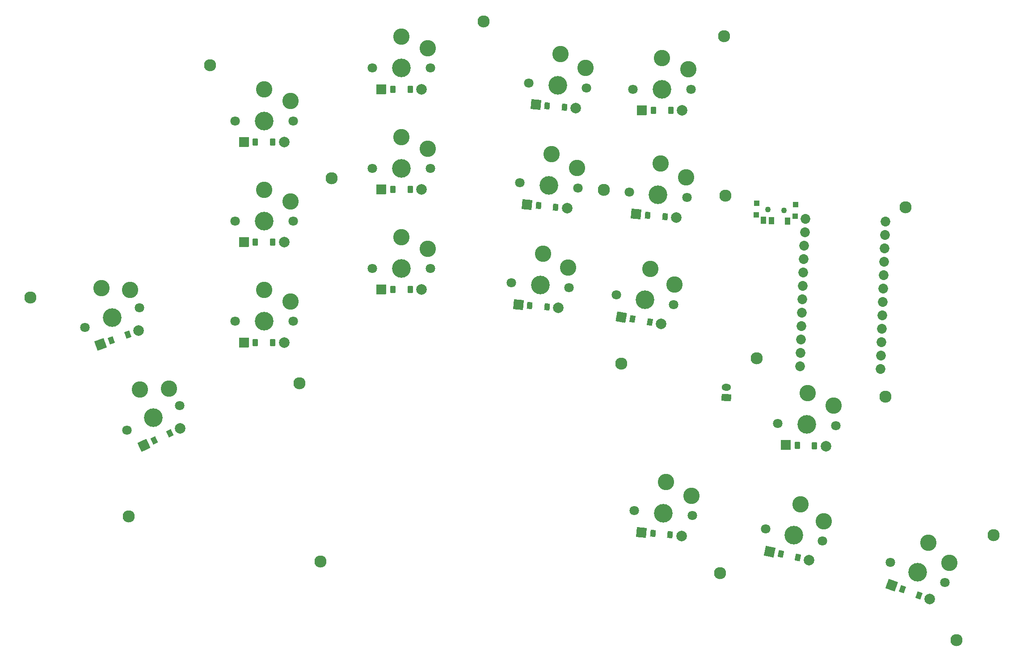
<source format=gbr>
%TF.GenerationSoftware,KiCad,Pcbnew,8.0.6*%
%TF.CreationDate,2025-01-06T03:54:34-07:00*%
%TF.ProjectId,left_circuit,6c656674-5f63-4697-9263-7569742e6b69,v1.0.0*%
%TF.SameCoordinates,Original*%
%TF.FileFunction,Soldermask,Top*%
%TF.FilePolarity,Negative*%
%FSLAX46Y46*%
G04 Gerber Fmt 4.6, Leading zero omitted, Abs format (unit mm)*
G04 Created by KiCad (PCBNEW 8.0.6) date 2025-01-06 03:54:34*
%MOMM*%
%LPD*%
G01*
G04 APERTURE LIST*
G04 Aperture macros list*
%AMRoundRect*
0 Rectangle with rounded corners*
0 $1 Rounding radius*
0 $2 $3 $4 $5 $6 $7 $8 $9 X,Y pos of 4 corners*
0 Add a 4 corners polygon primitive as box body*
4,1,4,$2,$3,$4,$5,$6,$7,$8,$9,$2,$3,0*
0 Add four circle primitives for the rounded corners*
1,1,$1+$1,$2,$3*
1,1,$1+$1,$4,$5*
1,1,$1+$1,$6,$7*
1,1,$1+$1,$8,$9*
0 Add four rect primitives between the rounded corners*
20,1,$1+$1,$2,$3,$4,$5,0*
20,1,$1+$1,$4,$5,$6,$7,0*
20,1,$1+$1,$6,$7,$8,$9,0*
20,1,$1+$1,$8,$9,$2,$3,0*%
%AMHorizOval*
0 Thick line with rounded ends*
0 $1 width*
0 $2 $3 position (X,Y) of the first rounded end (center of the circle)*
0 $4 $5 position (X,Y) of the second rounded end (center of the circle)*
0 Add line between two ends*
20,1,$1,$2,$3,$4,$5,0*
0 Add two circle primitives to create the rounded ends*
1,1,$1,$2,$3*
1,1,$1,$4,$5*%
G04 Aperture macros list end*
%ADD10C,2.300000*%
%ADD11RoundRect,0.050000X-0.465431X-0.434021X0.434021X-0.465431X0.465431X0.434021X-0.434021X0.465431X0*%
%ADD12C,1.100000*%
%ADD13RoundRect,0.050000X-0.471538X-0.608914X0.427914X-0.640324X0.471538X0.608914X-0.427914X0.640324X0*%
%ADD14RoundRect,0.050000X0.828543X-0.629299X0.870422X0.569970X-0.828543X0.629299X-0.870422X-0.569970X0*%
%ADD15HorizOval,1.300000X-0.249848X0.008725X0.249848X-0.008725X0*%
%ADD16C,1.852600*%
%ADD17C,1.801800*%
%ADD18C,3.100000*%
%ADD19C,3.529000*%
%ADD20RoundRect,0.050000X-0.963099X-0.808136X0.808136X-0.963099X0.963099X0.808136X-0.808136X0.963099X0*%
%ADD21RoundRect,0.050000X-0.500581X-0.558497X0.395994X-0.636937X0.500581X0.558497X-0.395994X0.636937X0*%
%ADD22C,2.005000*%
%ADD23RoundRect,0.050000X-0.889000X-0.889000X0.889000X-0.889000X0.889000X0.889000X-0.889000X0.889000X0*%
%ADD24RoundRect,0.050000X-0.450000X-0.600000X0.450000X-0.600000X0.450000X0.600000X-0.450000X0.600000X0*%
%ADD25RoundRect,0.050000X-1.054407X-0.684740X0.684740X-1.054407X1.054407X0.684740X-0.684740X1.054407X0*%
%ADD26RoundRect,0.050000X-0.564913X-0.493328X0.315419X-0.680449X0.564913X0.493328X-0.315419X0.680449X0*%
%ADD27RoundRect,0.050000X-1.139443X-0.531331X0.531331X-1.139443X1.139443X0.531331X-0.531331X1.139443X0*%
%ADD28RoundRect,0.050000X-0.628074X-0.409907X0.217650X-0.717725X0.628074X0.409907X-0.217650X0.717725X0*%
%ADD29RoundRect,0.050000X-0.919484X-0.857433X0.857433X-0.919484X0.919484X0.857433X-0.857433X0.919484X0*%
%ADD30RoundRect,0.050000X-0.470666X-0.583930X0.428786X-0.615339X0.470666X0.583930X-0.428786X0.615339X0*%
%ADD31RoundRect,0.050000X-0.430000X-1.181415X1.181415X-0.430000X0.430000X1.181415X-1.181415X0.430000X0*%
%ADD32RoundRect,0.050000X-0.154268X-0.733963X0.661409X-0.353606X0.154268X0.733963X-0.661409X0.353606X0*%
%ADD33RoundRect,0.050000X-1.029867X-0.721121X0.721121X-1.029867X1.029867X0.721121X-0.721121X1.029867X0*%
%ADD34RoundRect,0.050000X-0.547352X-0.512743X0.338975X-0.669026X0.547352X0.512743X-0.338975X0.669026X0*%
%ADD35RoundRect,0.050000X-0.531331X-1.139443X1.139443X-0.531331X0.531331X1.139443X-1.139443X0.531331X0*%
%ADD36RoundRect,0.050000X-0.217650X-0.717725X0.628074X-0.409907X0.217650X0.717725X-0.628074X0.409907X0*%
G04 APERTURE END LIST*
D10*
%TO.C,MH1*%
X244310000Y-168670000D03*
%TD*%
%TO.C,MH1*%
X215330000Y-136800000D03*
%TD*%
%TO.C,MH1*%
X218650000Y-169750000D03*
%TD*%
%TO.C,MH1*%
X163840000Y-134600000D03*
%TD*%
%TO.C,MH1*%
X157674545Y-173478077D03*
%TD*%
%TO.C,MH1*%
X140760000Y-113140000D03*
%TD*%
%TO.C,MH1*%
X192550000Y-104890000D03*
%TD*%
%TO.C,MH1*%
X238180000Y-107670000D03*
%TD*%
%TO.C,MH1*%
X238430000Y-137850000D03*
%TD*%
%TO.C,MH1*%
X272542147Y-140079121D03*
%TD*%
%TO.C,MH1*%
X268720000Y-175980000D03*
%TD*%
%TO.C,MH1*%
X289180000Y-202250000D03*
%TD*%
%TO.C,MH1*%
X282170000Y-222140000D03*
%TD*%
%TO.C,MH1*%
X237409103Y-209388775D03*
%TD*%
%TO.C,MH1*%
X161660000Y-207220000D03*
%TD*%
%TO.C,MH1*%
X125380000Y-198680000D03*
%TD*%
D11*
%TO.C,T1*%
X244294507Y-139359193D03*
X244217728Y-141557853D03*
D12*
X246454778Y-140535302D03*
X249452950Y-140640000D03*
D11*
X251690000Y-139617449D03*
X251613221Y-141816109D03*
D13*
X250130077Y-142739911D03*
X247131904Y-142635212D03*
X245632818Y-142582863D03*
%TD*%
D14*
%TO.C,JST1*%
X238536594Y-176173887D03*
D15*
X238606392Y-174175105D03*
%TD*%
D16*
%TO.C,MCU1*%
X268744548Y-142800639D03*
X268655903Y-145339092D03*
X268567259Y-147877545D03*
X268478614Y-150415997D03*
X268389969Y-152954450D03*
X268301324Y-155492903D03*
X268212680Y-158031356D03*
X268124035Y-160569808D03*
X268035390Y-163108261D03*
X267946746Y-165646714D03*
X267858101Y-168185166D03*
X267769456Y-170723619D03*
X252538740Y-170191751D03*
X252627385Y-167653298D03*
X252716029Y-165114845D03*
X252804674Y-162576393D03*
X252893319Y-160037940D03*
X252981964Y-157499487D03*
X253070608Y-154961034D03*
X253159253Y-152422582D03*
X253247898Y-149884129D03*
X253336542Y-147345676D03*
X253425187Y-144807224D03*
X253513832Y-142268771D03*
%TD*%
D17*
%TO.C,S1*%
X125015307Y-182324400D03*
D18*
X127485421Y-174607469D03*
D19*
X130000000Y-180000000D03*
D18*
X132946720Y-174488254D03*
D17*
X134984693Y-177675600D03*
%TD*%
D20*
%TO.C,D11*%
X202476327Y-120657339D03*
D21*
X204628108Y-120845595D03*
X207915550Y-121133209D03*
D22*
X210067331Y-121321465D03*
%TD*%
D17*
%TO.C,S12*%
X217728829Y-156644266D03*
D18*
X224178479Y-151739725D03*
D19*
X223145272Y-157599331D03*
D18*
X228720491Y-154774543D03*
D17*
X228561715Y-158554396D03*
%TD*%
%TO.C,S6*%
X171513757Y-151707765D03*
D18*
X177013757Y-145757765D03*
D19*
X177013757Y-151707765D03*
D18*
X182013757Y-147957765D03*
D17*
X182513757Y-151707765D03*
%TD*%
%TO.C,S10*%
X199485422Y-135452965D03*
D18*
X205483070Y-130004964D03*
D19*
X204964493Y-135932322D03*
D18*
X210272304Y-132632371D03*
D17*
X210443564Y-136411679D03*
%TD*%
%TO.C,S9*%
X197829463Y-154380664D03*
D18*
X203827111Y-148932663D03*
D19*
X203308534Y-154860021D03*
D18*
X208616345Y-151560070D03*
D17*
X208787605Y-155339378D03*
%TD*%
D23*
%TO.C,D3*%
X147203757Y-165707765D03*
D24*
X149363757Y-165707765D03*
X152663757Y-165707765D03*
D22*
X154823757Y-165707765D03*
%TD*%
D23*
%TO.C,D14*%
X222570348Y-121718478D03*
D24*
X224730348Y-121718478D03*
X228030348Y-121718478D03*
D22*
X230190348Y-121718478D03*
%TD*%
D17*
%TO.C,S13*%
X220154357Y-137250171D03*
D18*
X226152005Y-131802170D03*
D19*
X225633428Y-137729528D03*
D18*
X230941239Y-134429577D03*
D17*
X231112499Y-138208885D03*
%TD*%
%TO.C,S3*%
X145513757Y-161707765D03*
D18*
X151013757Y-155757765D03*
D19*
X151013757Y-161707765D03*
D18*
X156013757Y-157957765D03*
D17*
X156513757Y-161707765D03*
%TD*%
D25*
%TO.C,D16*%
X246804573Y-205348937D03*
D26*
X248917371Y-205798028D03*
X252145259Y-206484136D03*
D22*
X254258057Y-206933227D03*
%TD*%
D20*
%TO.C,D9*%
X199164409Y-158512737D03*
D21*
X201316190Y-158700993D03*
X204603632Y-158988607D03*
D22*
X206755413Y-159176863D03*
%TD*%
D17*
%TO.C,S5*%
X145513757Y-123707765D03*
D18*
X151013757Y-117757765D03*
D19*
X151013757Y-123707765D03*
D18*
X156013757Y-119957765D03*
D17*
X156513757Y-123707765D03*
%TD*%
D27*
%TO.C,D18*%
X269887546Y-211756877D03*
D28*
X271917282Y-212495641D03*
X275018268Y-213624307D03*
D22*
X277048004Y-214363071D03*
%TD*%
D29*
%TO.C,D17*%
X249825535Y-185136165D03*
D30*
X251984219Y-185211548D03*
X255282209Y-185326716D03*
D22*
X257440893Y-185402099D03*
%TD*%
D17*
%TO.C,S18*%
X269667547Y-207420092D03*
D18*
X276870876Y-203710032D03*
D19*
X274835856Y-209301203D03*
D18*
X280816895Y-207487456D03*
D17*
X280004165Y-211182314D03*
%TD*%
%TO.C,S16*%
X245983150Y-201084978D03*
D18*
X252600037Y-196408514D03*
D19*
X251362962Y-202228492D03*
D18*
X257033369Y-199599997D03*
D17*
X256742774Y-203372006D03*
%TD*%
%TO.C,S7*%
X171513757Y-132707765D03*
D18*
X177013757Y-126757765D03*
D19*
X177013757Y-132707765D03*
D18*
X182013757Y-128957765D03*
D17*
X182513757Y-132707765D03*
%TD*%
%TO.C,S15*%
X221153335Y-197577852D03*
D18*
X227150983Y-192129851D03*
D19*
X226632406Y-198057209D03*
D18*
X231940217Y-194757258D03*
D17*
X232111477Y-198536566D03*
%TD*%
D10*
%TO.C,MH1*%
X106750000Y-157190000D03*
%TD*%
D31*
%TO.C,D1*%
X128237440Y-185235407D03*
D32*
X130195065Y-184322551D03*
X133185881Y-182927911D03*
D22*
X135143506Y-182015055D03*
%TD*%
D17*
%TO.C,S11*%
X201141381Y-116525266D03*
D18*
X207139029Y-111077265D03*
D19*
X206620452Y-117004623D03*
D18*
X211928263Y-113704672D03*
D17*
X212099523Y-117483980D03*
%TD*%
%TO.C,S8*%
X171513757Y-113707765D03*
D18*
X177013757Y-107757765D03*
D19*
X177013757Y-113707765D03*
D18*
X182013757Y-109957765D03*
D17*
X182513757Y-113707765D03*
%TD*%
D23*
%TO.C,D4*%
X147203757Y-146707765D03*
D24*
X149363757Y-146707765D03*
X152663757Y-146707765D03*
D22*
X154823757Y-146707765D03*
%TD*%
D23*
%TO.C,D6*%
X173203757Y-155707765D03*
D24*
X175363757Y-155707765D03*
X178663757Y-155707765D03*
D22*
X180823757Y-155707765D03*
%TD*%
D33*
%TO.C,D12*%
X218698560Y-160876962D03*
D34*
X220825747Y-161252043D03*
X224075613Y-161825081D03*
D22*
X226202800Y-162200162D03*
%TD*%
D20*
%TO.C,D10*%
X200820368Y-139585038D03*
D21*
X202972149Y-139773294D03*
X206259591Y-140060908D03*
D22*
X208411372Y-140249164D03*
%TD*%
D35*
%TO.C,D2*%
X120030485Y-166059940D03*
D36*
X122060221Y-165321176D03*
X125161207Y-164192510D03*
D22*
X127190943Y-163453746D03*
%TD*%
D23*
%TO.C,D8*%
X173203757Y-117707765D03*
D24*
X175363757Y-117707765D03*
X178663757Y-117707765D03*
D22*
X180823757Y-117707765D03*
%TD*%
D20*
%TO.C,D13*%
X221489303Y-141382244D03*
D21*
X223641084Y-141570500D03*
X226928526Y-141858114D03*
D22*
X229080307Y-142046370D03*
%TD*%
D17*
%TO.C,S14*%
X220880348Y-117718478D03*
D18*
X226380348Y-111768478D03*
D19*
X226380348Y-117718478D03*
D18*
X231380348Y-113968478D03*
D17*
X231880348Y-117718478D03*
%TD*%
%TO.C,S17*%
X248276162Y-181079622D03*
D18*
X253980464Y-175325194D03*
D19*
X253772812Y-181271569D03*
D18*
X258900639Y-177698351D03*
D17*
X259269462Y-181463516D03*
%TD*%
%TO.C,S2*%
X117074324Y-162879183D03*
D18*
X120207613Y-155406901D03*
D19*
X122242633Y-160998072D03*
D18*
X125658521Y-155764124D03*
D17*
X127410942Y-159116961D03*
%TD*%
%TO.C,S4*%
X145513757Y-142707765D03*
D18*
X151013757Y-136757765D03*
D19*
X151013757Y-142707765D03*
D18*
X156013757Y-138957765D03*
D17*
X156513757Y-142707765D03*
%TD*%
D20*
%TO.C,D15*%
X222488281Y-201709925D03*
D21*
X224640062Y-201898181D03*
X227927504Y-202185795D03*
D22*
X230079285Y-202374051D03*
%TD*%
D23*
%TO.C,D7*%
X173203757Y-136707765D03*
D24*
X175363757Y-136707765D03*
X178663757Y-136707765D03*
D22*
X180823757Y-136707765D03*
%TD*%
D23*
%TO.C,D5*%
X147203757Y-127707765D03*
D24*
X149363757Y-127707765D03*
X152663757Y-127707765D03*
D22*
X154823757Y-127707765D03*
%TD*%
M02*

</source>
